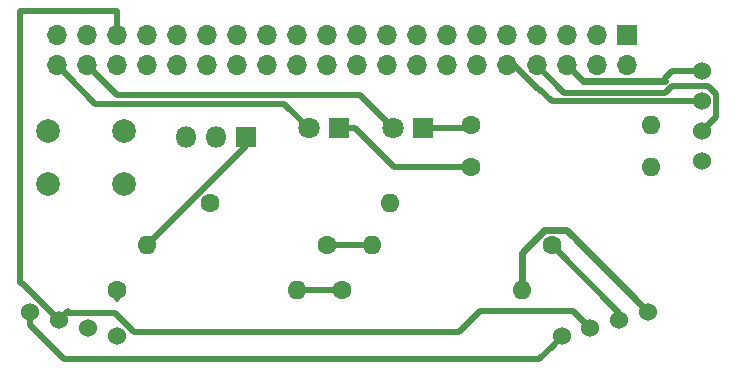
<source format=gbr>
G04 #@! TF.GenerationSoftware,KiCad,Pcbnew,(5.0.2)-1*
G04 #@! TF.CreationDate,2020-10-18T11:15:27+02:00*
G04 #@! TF.ProjectId,Radmesser,5261646d-6573-4736-9572-2e6b69636164,rev?*
G04 #@! TF.SameCoordinates,Original*
G04 #@! TF.FileFunction,Copper,L1,Top*
G04 #@! TF.FilePolarity,Positive*
%FSLAX46Y46*%
G04 Gerber Fmt 4.6, Leading zero omitted, Abs format (unit mm)*
G04 Created by KiCad (PCBNEW (5.0.2)-1) date 18.10.2020 11:15:27*
%MOMM*%
%LPD*%
G01*
G04 APERTURE LIST*
G04 #@! TA.AperFunction,ComponentPad*
%ADD10C,1.530000*%
G04 #@! TD*
G04 #@! TA.AperFunction,ComponentPad*
%ADD11R,1.800000X1.800000*%
G04 #@! TD*
G04 #@! TA.AperFunction,ComponentPad*
%ADD12C,1.800000*%
G04 #@! TD*
G04 #@! TA.AperFunction,ComponentPad*
%ADD13O,1.700000X1.700000*%
G04 #@! TD*
G04 #@! TA.AperFunction,ComponentPad*
%ADD14R,1.700000X1.700000*%
G04 #@! TD*
G04 #@! TA.AperFunction,ComponentPad*
%ADD15O,1.600000X1.600000*%
G04 #@! TD*
G04 #@! TA.AperFunction,ComponentPad*
%ADD16C,1.600000*%
G04 #@! TD*
G04 #@! TA.AperFunction,ComponentPad*
%ADD17O,1.800000X1.800000*%
G04 #@! TD*
G04 #@! TA.AperFunction,ComponentPad*
%ADD18C,2.000000*%
G04 #@! TD*
G04 #@! TA.AperFunction,Conductor*
%ADD19C,0.500000*%
G04 #@! TD*
G04 #@! TA.AperFunction,Conductor*
%ADD20C,0.600000*%
G04 #@! TD*
G04 APERTURE END LIST*
D10*
G04 #@! TO.P,Uvorne1,2*
G04 #@! TO.N,Net-(J1-Pad35)*
X147509198Y-106649941D03*
G04 #@! TO.P,Uvorne1,3*
G04 #@! TO.N,Net-(R4-Pad1)*
X149950802Y-107350059D03*
G04 #@! TO.P,Uvorne1,4*
G04 #@! TO.N,GND*
X152392407Y-108050179D03*
G04 #@! TO.P,Uvorne1,1*
G04 #@! TO.N,Net-(J1-Pad2)*
X145067593Y-105949821D03*
G04 #@! TD*
G04 #@! TO.P,Uhinten2,1*
G04 #@! TO.N,Net-(J1-Pad2)*
X190067593Y-108050180D03*
G04 #@! TO.P,Uhinten2,4*
G04 #@! TO.N,GND*
X197392407Y-105949820D03*
G04 #@! TO.P,Uhinten2,3*
G04 #@! TO.N,Net-(R2-Pad1)*
X194950802Y-106649941D03*
G04 #@! TO.P,Uhinten2,2*
G04 #@! TO.N,Net-(J1-Pad35)*
X192509198Y-107350059D03*
G04 #@! TD*
D11*
G04 #@! TO.P,Drot2,1*
G04 #@! TO.N,Net-(Drot2-Pad1)*
X178308000Y-90424000D03*
D12*
G04 #@! TO.P,Drot2,2*
G04 #@! TO.N,Net-(Drot2-Pad2)*
X175768000Y-90424000D03*
G04 #@! TD*
G04 #@! TO.P,Dgrun1,2*
G04 #@! TO.N,Net-(Dgrun1-Pad2)*
X168656000Y-90424000D03*
D11*
G04 #@! TO.P,Dgrun1,1*
G04 #@! TO.N,Net-(Dgrun1-Pad1)*
X171196000Y-90424000D03*
G04 #@! TD*
D10*
G04 #@! TO.P,GPS1,2*
G04 #@! TO.N,Net-(GPS1-Pad2)*
X201930000Y-90678000D03*
G04 #@! TO.P,GPS1,3*
G04 #@! TO.N,Net-(GPS1-Pad3)*
X201930000Y-88138000D03*
G04 #@! TO.P,GPS1,4*
G04 #@! TO.N,GND*
X201930000Y-85598000D03*
G04 #@! TO.P,GPS1,1*
G04 #@! TO.N,Net-(GPS1-Pad1)*
X201930000Y-93218000D03*
G04 #@! TD*
D13*
G04 #@! TO.P,J1,40*
G04 #@! TO.N,Net-(Dgrun1-Pad2)*
X147320000Y-85090000D03*
G04 #@! TO.P,J1,39*
G04 #@! TO.N,GND*
X147320000Y-82550000D03*
G04 #@! TO.P,J1,38*
G04 #@! TO.N,Net-(Drot2-Pad2)*
X149860000Y-85090000D03*
G04 #@! TO.P,J1,37*
G04 #@! TO.N,Net-(J1-Pad37)*
X149860000Y-82550000D03*
G04 #@! TO.P,J1,36*
G04 #@! TO.N,Net-(J1-Pad36)*
X152400000Y-85090000D03*
G04 #@! TO.P,J1,35*
G04 #@! TO.N,Net-(J1-Pad35)*
X152400000Y-82550000D03*
G04 #@! TO.P,J1,34*
G04 #@! TO.N,GND*
X154940000Y-85090000D03*
G04 #@! TO.P,J1,33*
G04 #@! TO.N,Net-(J1-Pad33)*
X154940000Y-82550000D03*
G04 #@! TO.P,J1,32*
G04 #@! TO.N,Net-(J1-Pad32)*
X157480000Y-85090000D03*
G04 #@! TO.P,J1,31*
G04 #@! TO.N,Net-(J1-Pad31)*
X157480000Y-82550000D03*
G04 #@! TO.P,J1,30*
G04 #@! TO.N,Net-(J1-Pad30)*
X160020000Y-85090000D03*
G04 #@! TO.P,J1,29*
G04 #@! TO.N,Net-(J1-Pad29)*
X160020000Y-82550000D03*
G04 #@! TO.P,J1,28*
G04 #@! TO.N,Net-(J1-Pad28)*
X162560000Y-85090000D03*
G04 #@! TO.P,J1,27*
G04 #@! TO.N,Net-(J1-Pad27)*
X162560000Y-82550000D03*
G04 #@! TO.P,J1,26*
G04 #@! TO.N,Net-(J1-Pad26)*
X165100000Y-85090000D03*
G04 #@! TO.P,J1,25*
G04 #@! TO.N,Net-(J1-Pad25)*
X165100000Y-82550000D03*
G04 #@! TO.P,J1,24*
G04 #@! TO.N,Net-(J1-Pad24)*
X167640000Y-85090000D03*
G04 #@! TO.P,J1,23*
G04 #@! TO.N,Net-(J1-Pad23)*
X167640000Y-82550000D03*
G04 #@! TO.P,J1,22*
G04 #@! TO.N,Net-(J1-Pad22)*
X170180000Y-85090000D03*
G04 #@! TO.P,J1,21*
G04 #@! TO.N,Net-(J1-Pad21)*
X170180000Y-82550000D03*
G04 #@! TO.P,J1,20*
G04 #@! TO.N,Net-(J1-Pad20)*
X172720000Y-85090000D03*
G04 #@! TO.P,J1,19*
G04 #@! TO.N,Net-(J1-Pad19)*
X172720000Y-82550000D03*
G04 #@! TO.P,J1,18*
G04 #@! TO.N,Net-(J1-Pad18)*
X175260000Y-85090000D03*
G04 #@! TO.P,J1,17*
G04 #@! TO.N,Net-(J1-Pad17)*
X175260000Y-82550000D03*
G04 #@! TO.P,J1,16*
G04 #@! TO.N,Net-(J1-Pad16)*
X177800000Y-85090000D03*
G04 #@! TO.P,J1,15*
G04 #@! TO.N,Net-(J1-Pad15)*
X177800000Y-82550000D03*
G04 #@! TO.P,J1,14*
G04 #@! TO.N,Net-(J1-Pad14)*
X180340000Y-85090000D03*
G04 #@! TO.P,J1,13*
G04 #@! TO.N,Net-(J1-Pad13)*
X180340000Y-82550000D03*
G04 #@! TO.P,J1,12*
G04 #@! TO.N,Net-(J1-Pad12)*
X182880000Y-85090000D03*
G04 #@! TO.P,J1,11*
G04 #@! TO.N,Net-(J1-Pad11)*
X182880000Y-82550000D03*
G04 #@! TO.P,J1,10*
G04 #@! TO.N,Net-(GPS1-Pad3)*
X185420000Y-85090000D03*
G04 #@! TO.P,J1,9*
G04 #@! TO.N,Net-(J1-Pad9)*
X185420000Y-82550000D03*
G04 #@! TO.P,J1,8*
G04 #@! TO.N,Net-(GPS1-Pad2)*
X187960000Y-85090000D03*
G04 #@! TO.P,J1,7*
G04 #@! TO.N,Net-(J1-Pad7)*
X187960000Y-82550000D03*
G04 #@! TO.P,J1,6*
G04 #@! TO.N,GND*
X190500000Y-85090000D03*
G04 #@! TO.P,J1,5*
G04 #@! TO.N,Net-(J1-Pad5)*
X190500000Y-82550000D03*
G04 #@! TO.P,J1,4*
G04 #@! TO.N,Net-(J1-Pad4)*
X193040000Y-85090000D03*
G04 #@! TO.P,J1,3*
G04 #@! TO.N,Net-(J1-Pad3)*
X193040000Y-82550000D03*
G04 #@! TO.P,J1,2*
G04 #@! TO.N,Net-(J1-Pad2)*
X195580000Y-85090000D03*
D14*
G04 #@! TO.P,J1,1*
G04 #@! TO.N,Net-(GPS1-Pad1)*
X195580000Y-82550000D03*
G04 #@! TD*
D15*
G04 #@! TO.P,R1,2*
G04 #@! TO.N,GND*
X154940000Y-100330000D03*
D16*
G04 #@! TO.P,R1,1*
G04 #@! TO.N,Net-(J1-Pad16)*
X170180000Y-100330000D03*
G04 #@! TD*
G04 #@! TO.P,R2,1*
G04 #@! TO.N,Net-(R2-Pad1)*
X189230000Y-100330000D03*
D15*
G04 #@! TO.P,R2,2*
G04 #@! TO.N,Net-(J1-Pad16)*
X173990000Y-100330000D03*
G04 #@! TD*
G04 #@! TO.P,R3,2*
G04 #@! TO.N,GND*
X186690000Y-104140000D03*
D16*
G04 #@! TO.P,R3,1*
G04 #@! TO.N,Net-(J1-Pad18)*
X171450000Y-104140000D03*
G04 #@! TD*
G04 #@! TO.P,R4,1*
G04 #@! TO.N,Net-(R4-Pad1)*
X152400000Y-104140000D03*
D15*
G04 #@! TO.P,R4,2*
G04 #@! TO.N,Net-(J1-Pad18)*
X167640000Y-104140000D03*
G04 #@! TD*
G04 #@! TO.P,R5,2*
G04 #@! TO.N,GND*
X197612000Y-90170000D03*
D16*
G04 #@! TO.P,R5,1*
G04 #@! TO.N,Net-(Drot2-Pad1)*
X182372000Y-90170000D03*
G04 #@! TD*
G04 #@! TO.P,R6,1*
G04 #@! TO.N,Net-(Dgrun1-Pad1)*
X182372000Y-93726000D03*
D15*
G04 #@! TO.P,R6,2*
G04 #@! TO.N,GND*
X197612000Y-93726000D03*
G04 #@! TD*
G04 #@! TO.P,R7,2*
G04 #@! TO.N,Net-(J1-Pad26)*
X175514000Y-96774000D03*
D16*
G04 #@! TO.P,R7,1*
G04 #@! TO.N,Net-(GPS1-Pad1)*
X160274000Y-96774000D03*
G04 #@! TD*
D17*
G04 #@! TO.P,U3,3*
G04 #@! TO.N,Net-(GPS1-Pad1)*
X158242000Y-91186000D03*
G04 #@! TO.P,U3,2*
G04 #@! TO.N,Net-(J1-Pad26)*
X160782000Y-91186000D03*
D11*
G04 #@! TO.P,U3,1*
G04 #@! TO.N,GND*
X163322000Y-91186000D03*
G04 #@! TD*
D18*
G04 #@! TO.P,SW1,1*
G04 #@! TO.N,Net-(J1-Pad31)*
X153058000Y-90678000D03*
G04 #@! TO.P,SW1,2*
G04 #@! TO.N,Net-(J1-Pad17)*
X153058000Y-95178000D03*
G04 #@! TO.P,SW1,1*
G04 #@! TO.N,Net-(J1-Pad31)*
X146558000Y-90678000D03*
G04 #@! TO.P,SW1,2*
G04 #@! TO.N,Net-(J1-Pad17)*
X146558000Y-95178000D03*
G04 #@! TD*
D19*
G04 #@! TO.N,Net-(Dgrun1-Pad2)*
X148169999Y-85939999D02*
X147320000Y-85090000D01*
X150560010Y-88330010D02*
X148169999Y-85939999D01*
X166562010Y-88330010D02*
X150560010Y-88330010D01*
X168656000Y-90424000D02*
X166562010Y-88330010D01*
G04 #@! TO.N,Net-(Dgrun1-Pad1)*
X181240630Y-93726000D02*
X182372000Y-93726000D01*
X175898000Y-93726000D02*
X181240630Y-93726000D01*
X172596000Y-90424000D02*
X175898000Y-93726000D01*
X171196000Y-90424000D02*
X172596000Y-90424000D01*
G04 #@! TO.N,Net-(Drot2-Pad1)*
X182118000Y-90424000D02*
X182372000Y-90170000D01*
X178308000Y-90424000D02*
X182118000Y-90424000D01*
G04 #@! TO.N,Net-(Drot2-Pad2)*
X152400000Y-87630000D02*
X149860000Y-85090000D01*
X175768000Y-90424000D02*
X172974000Y-87630000D01*
X172974000Y-87630000D02*
X152400000Y-87630000D01*
G04 #@! TO.N,Net-(GPS1-Pad2)*
X190307990Y-87437990D02*
X187960000Y-85090000D01*
X201930000Y-90678000D02*
X203145001Y-89462999D01*
X203145001Y-89462999D02*
X203145001Y-87554799D01*
X203145001Y-87554799D02*
X202458202Y-86868000D01*
X202458202Y-86868000D02*
X199434674Y-86868000D01*
X199434674Y-86868000D02*
X198864684Y-87437990D01*
X198864684Y-87437990D02*
X190307990Y-87437990D01*
D20*
G04 #@! TO.N,GND*
X191850001Y-86440001D02*
X198801999Y-86440001D01*
X190500000Y-85090000D02*
X191850001Y-86440001D01*
X196627408Y-105184821D02*
X197392407Y-105949820D01*
X188605999Y-99029999D02*
X190472586Y-99029999D01*
X186690000Y-100945998D02*
X188605999Y-99029999D01*
X186690000Y-104140000D02*
X186690000Y-100945998D01*
X190472586Y-99029999D02*
X191008000Y-99565413D01*
X191008000Y-99565413D02*
X196627408Y-105184821D01*
D19*
X198801999Y-86186001D02*
X198801999Y-86440001D01*
X201930000Y-85598000D02*
X199390000Y-85598000D01*
X199390000Y-85598000D02*
X198801999Y-86186001D01*
X163322000Y-91948000D02*
X154940000Y-100330000D01*
X163322000Y-91186000D02*
X163322000Y-91948000D01*
G04 #@! TO.N,Net-(J1-Pad35)*
X152400000Y-80535010D02*
X144254990Y-80535010D01*
X152400000Y-82550000D02*
X152400000Y-80535010D01*
X144254990Y-80535010D02*
X144254990Y-103503189D01*
X144362446Y-103503189D02*
X147509198Y-106649941D01*
X144254990Y-103503189D02*
X144362446Y-103503189D01*
X192509198Y-107350059D02*
X191044081Y-105884942D01*
X191044081Y-105884942D02*
X183167058Y-105884942D01*
X183167058Y-105884942D02*
X181356000Y-107696000D01*
X152217569Y-106077139D02*
X148082000Y-106077139D01*
X153836430Y-107696000D02*
X152217569Y-106077139D01*
X181356000Y-107696000D02*
X153836430Y-107696000D01*
X148274197Y-105884942D02*
X148082000Y-106077139D01*
X148082000Y-106077139D02*
X147509198Y-106649941D01*
G04 #@! TO.N,Net-(J1-Pad18)*
X167640000Y-104140000D02*
X171450000Y-104140000D01*
G04 #@! TO.N,Net-(J1-Pad16)*
X170180000Y-100330000D02*
X173990000Y-100330000D01*
G04 #@! TO.N,Net-(R2-Pad1)*
X194950802Y-106050802D02*
X194950802Y-106649941D01*
X189230000Y-100330000D02*
X194950802Y-106050802D01*
G04 #@! TO.N,Net-(R4-Pad1)*
X152400000Y-104140000D02*
X152400000Y-104836295D01*
G04 #@! TO.N,Net-(GPS1-Pad3)*
X186035998Y-85090000D02*
X185420000Y-85090000D01*
X188036009Y-87090011D02*
X186035998Y-85090000D01*
X188182011Y-87090011D02*
X188036009Y-87090011D01*
X201930000Y-88138000D02*
X189230000Y-88138000D01*
X189230000Y-88138000D02*
X188182011Y-87090011D01*
G04 #@! TO.N,Net-(J1-Pad2)*
X145067593Y-107031694D02*
X145034000Y-107065287D01*
X145067593Y-105949821D02*
X145067593Y-107031694D01*
X189302594Y-108815179D02*
X190067593Y-108050180D01*
X188142783Y-109974990D02*
X189302594Y-108815179D01*
X147943703Y-109974990D02*
X188142783Y-109974990D01*
X145034000Y-107065287D02*
X147943703Y-109974990D01*
G04 #@! TD*
M02*

</source>
